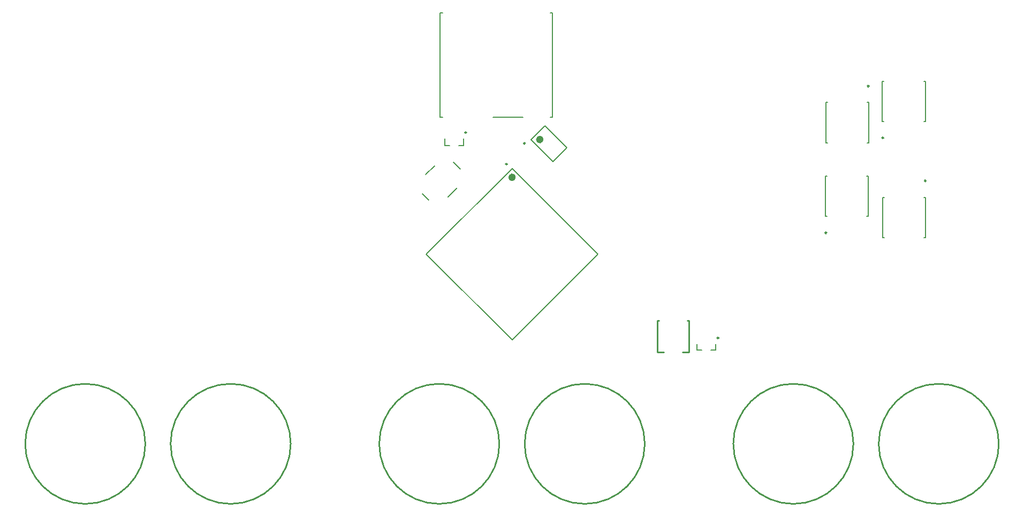
<source format=gto>
G04*
G04 #@! TF.GenerationSoftware,Altium Limited,Altium Designer,18.0.9 (584)*
G04*
G04 Layer_Color=65535*
%FSLAX25Y25*%
%MOIN*%
G70*
G01*
G75*
%ADD10C,0.00984*%
%ADD11C,0.02362*%
%ADD12C,0.01000*%
%ADD13C,0.00787*%
D10*
X327894Y252992D02*
G03*
X327894Y252992I-492J0D01*
G01*
X364488Y246241D02*
G03*
X364488Y246241I-492J0D01*
G01*
X353311Y233261D02*
G03*
X353311Y233261I-492J0D01*
G01*
X485039Y125000D02*
G03*
X485039Y125000I-492J0D01*
G01*
X587677Y249606D02*
G03*
X587677Y249606I-492J0D01*
G01*
X614094Y222835D02*
G03*
X614094Y222835I-492J0D01*
G01*
X578661Y281890D02*
G03*
X578661Y281890I-492J0D01*
G01*
X552244Y190551D02*
G03*
X552244Y190551I-492J0D01*
G01*
D11*
X374795Y248593D02*
G03*
X374795Y248593I-1181J0D01*
G01*
X357480Y225048D02*
G03*
X357480Y225048I-1181J0D01*
G01*
D12*
X659449Y59055D02*
G03*
X659449Y59055I-37402J0D01*
G01*
X568898D02*
G03*
X568898Y59055I-37402J0D01*
G01*
X438976D02*
G03*
X438976Y59055I-37402J0D01*
G01*
X348425D02*
G03*
X348425Y59055I-37402J0D01*
G01*
X218504D02*
G03*
X218504Y59055I-37402J0D01*
G01*
X127953D02*
G03*
X127953Y59055I-37402J0D01*
G01*
X446850Y135827D02*
X447835D01*
X446850Y116142D02*
Y135827D01*
Y116142D02*
X450787D01*
X465551Y135827D02*
X466535D01*
Y116142D02*
Y135827D01*
X462598Y116142D02*
X466535D01*
D13*
X319904Y234394D02*
X324080Y230219D01*
X302505Y226739D02*
X308073Y232307D01*
X300417Y214907D02*
X304593Y210731D01*
X316424Y212819D02*
X321992Y218387D01*
X326220Y244921D02*
Y249252D01*
X323071Y244921D02*
X326220D01*
X314409D02*
Y249252D01*
Y244921D02*
X317559D01*
X380000Y327579D02*
X381535D01*
Y262579D02*
Y327579D01*
X380000Y262579D02*
X381535D01*
X311535Y327579D02*
X313071D01*
X311535Y262579D02*
Y327579D01*
Y262579D02*
X313071D01*
X344567Y262598D02*
X363268D01*
X381687Y234952D02*
X390317Y243582D01*
X368046Y248593D02*
X376676Y257223D01*
X390317Y243582D01*
X368046Y248593D02*
X381687Y234952D01*
X302849Y177165D02*
X356299Y230616D01*
Y123715D02*
X409750Y177165D01*
X356299Y230616D02*
X409750Y177165D01*
X302849D02*
X356299Y123715D01*
X483268Y117323D02*
Y121260D01*
X480217Y117323D02*
X483268D01*
X471457D02*
Y121260D01*
Y117323D02*
X474508D01*
X586909Y259842D02*
Y284941D01*
Y259842D02*
X587894D01*
X586909Y284941D02*
X587894D01*
X613681Y259842D02*
Y284941D01*
X612697Y259842D02*
X613681D01*
X612697Y284941D02*
X613681D01*
X613878Y187500D02*
Y212598D01*
X612894D02*
X613878D01*
X612894Y187500D02*
X613878D01*
X587106D02*
Y212598D01*
X588091D01*
X587106Y187500D02*
X588091D01*
X578445Y246555D02*
Y271654D01*
X577461D02*
X578445D01*
X577461Y246555D02*
X578445D01*
X551673D02*
Y271654D01*
X552658D01*
X551673Y246555D02*
X552658D01*
X551476Y200787D02*
Y225886D01*
Y200787D02*
X552461D01*
X551476Y225886D02*
X552461D01*
X578248Y200787D02*
Y225886D01*
X577264Y200787D02*
X578248D01*
X577264Y225886D02*
X578248D01*
M02*

</source>
